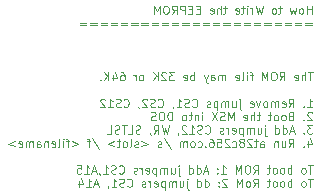
<source format=gbr>
%TF.GenerationSoftware,KiCad,Pcbnew,(6.0.7)*%
%TF.CreationDate,2022-11-17T13:34:52+00:00*%
%TF.ProjectId,msxpi,6d737870-692e-46b6-9963-61645f706362,rev?*%
%TF.SameCoordinates,Original*%
%TF.FileFunction,Legend,Bot*%
%TF.FilePolarity,Positive*%
%FSLAX46Y46*%
G04 Gerber Fmt 4.6, Leading zero omitted, Abs format (unit mm)*
G04 Created by KiCad (PCBNEW (6.0.7)) date 2022-11-17 13:34:52*
%MOMM*%
%LPD*%
G01*
G04 APERTURE LIST*
%ADD10C,0.125000*%
G04 APERTURE END LIST*
D10*
X192360283Y-84075566D02*
X192360283Y-83375566D01*
X192360283Y-83708900D02*
X191960283Y-83708900D01*
X191960283Y-84075566D02*
X191960283Y-83375566D01*
X191526950Y-84075566D02*
X191593616Y-84042233D01*
X191626950Y-84008900D01*
X191660283Y-83942233D01*
X191660283Y-83742233D01*
X191626950Y-83675566D01*
X191593616Y-83642233D01*
X191526950Y-83608900D01*
X191426950Y-83608900D01*
X191360283Y-83642233D01*
X191326950Y-83675566D01*
X191293616Y-83742233D01*
X191293616Y-83942233D01*
X191326950Y-84008900D01*
X191360283Y-84042233D01*
X191426950Y-84075566D01*
X191526950Y-84075566D01*
X191060283Y-83608900D02*
X190926950Y-84075566D01*
X190793616Y-83742233D01*
X190660283Y-84075566D01*
X190526950Y-83608900D01*
X189826950Y-83608900D02*
X189560283Y-83608900D01*
X189726950Y-83375566D02*
X189726950Y-83975566D01*
X189693616Y-84042233D01*
X189626950Y-84075566D01*
X189560283Y-84075566D01*
X189226950Y-84075566D02*
X189293616Y-84042233D01*
X189326950Y-84008900D01*
X189360283Y-83942233D01*
X189360283Y-83742233D01*
X189326950Y-83675566D01*
X189293616Y-83642233D01*
X189226950Y-83608900D01*
X189126950Y-83608900D01*
X189060283Y-83642233D01*
X189026950Y-83675566D01*
X188993616Y-83742233D01*
X188993616Y-83942233D01*
X189026950Y-84008900D01*
X189060283Y-84042233D01*
X189126950Y-84075566D01*
X189226950Y-84075566D01*
X188226950Y-83375566D02*
X188060283Y-84075566D01*
X187926950Y-83575566D01*
X187793616Y-84075566D01*
X187626950Y-83375566D01*
X187360283Y-84075566D02*
X187360283Y-83608900D01*
X187360283Y-83742233D02*
X187326950Y-83675566D01*
X187293616Y-83642233D01*
X187226950Y-83608900D01*
X187160283Y-83608900D01*
X186926950Y-84075566D02*
X186926950Y-83608900D01*
X186926950Y-83375566D02*
X186960283Y-83408900D01*
X186926950Y-83442233D01*
X186893616Y-83408900D01*
X186926950Y-83375566D01*
X186926950Y-83442233D01*
X186693616Y-83608900D02*
X186426950Y-83608900D01*
X186593616Y-83375566D02*
X186593616Y-83975566D01*
X186560283Y-84042233D01*
X186493616Y-84075566D01*
X186426950Y-84075566D01*
X185926950Y-84042233D02*
X185993616Y-84075566D01*
X186126950Y-84075566D01*
X186193616Y-84042233D01*
X186226950Y-83975566D01*
X186226950Y-83708900D01*
X186193616Y-83642233D01*
X186126950Y-83608900D01*
X185993616Y-83608900D01*
X185926950Y-83642233D01*
X185893616Y-83708900D01*
X185893616Y-83775566D01*
X186226950Y-83842233D01*
X185160283Y-83608900D02*
X184893616Y-83608900D01*
X185060283Y-83375566D02*
X185060283Y-83975566D01*
X185026950Y-84042233D01*
X184960283Y-84075566D01*
X184893616Y-84075566D01*
X184660283Y-84075566D02*
X184660283Y-83375566D01*
X184360283Y-84075566D02*
X184360283Y-83708900D01*
X184393616Y-83642233D01*
X184460283Y-83608900D01*
X184560283Y-83608900D01*
X184626950Y-83642233D01*
X184660283Y-83675566D01*
X183760283Y-84042233D02*
X183826950Y-84075566D01*
X183960283Y-84075566D01*
X184026950Y-84042233D01*
X184060283Y-83975566D01*
X184060283Y-83708900D01*
X184026950Y-83642233D01*
X183960283Y-83608900D01*
X183826950Y-83608900D01*
X183760283Y-83642233D01*
X183726950Y-83708900D01*
X183726950Y-83775566D01*
X184060283Y-83842233D01*
X182893616Y-83708900D02*
X182660283Y-83708900D01*
X182560283Y-84075566D02*
X182893616Y-84075566D01*
X182893616Y-83375566D01*
X182560283Y-83375566D01*
X182260283Y-83708900D02*
X182026950Y-83708900D01*
X181926950Y-84075566D02*
X182260283Y-84075566D01*
X182260283Y-83375566D01*
X181926950Y-83375566D01*
X181626950Y-84075566D02*
X181626950Y-83375566D01*
X181360283Y-83375566D01*
X181293616Y-83408900D01*
X181260283Y-83442233D01*
X181226950Y-83508900D01*
X181226950Y-83608900D01*
X181260283Y-83675566D01*
X181293616Y-83708900D01*
X181360283Y-83742233D01*
X181626950Y-83742233D01*
X180526950Y-84075566D02*
X180760283Y-83742233D01*
X180926950Y-84075566D02*
X180926950Y-83375566D01*
X180660283Y-83375566D01*
X180593616Y-83408900D01*
X180560283Y-83442233D01*
X180526950Y-83508900D01*
X180526950Y-83608900D01*
X180560283Y-83675566D01*
X180593616Y-83708900D01*
X180660283Y-83742233D01*
X180926950Y-83742233D01*
X180093616Y-83375566D02*
X179960283Y-83375566D01*
X179893616Y-83408900D01*
X179826950Y-83475566D01*
X179793616Y-83608900D01*
X179793616Y-83842233D01*
X179826950Y-83975566D01*
X179893616Y-84042233D01*
X179960283Y-84075566D01*
X180093616Y-84075566D01*
X180160283Y-84042233D01*
X180226950Y-83975566D01*
X180260283Y-83842233D01*
X180260283Y-83608900D01*
X180226950Y-83475566D01*
X180160283Y-83408900D01*
X180093616Y-83375566D01*
X179493616Y-84075566D02*
X179493616Y-83375566D01*
X179260283Y-83875566D01*
X179026950Y-83375566D01*
X179026950Y-84075566D01*
X192360283Y-84835900D02*
X191826950Y-84835900D01*
X191826950Y-85035900D02*
X192360283Y-85035900D01*
X191493616Y-84835900D02*
X190960283Y-84835900D01*
X190960283Y-85035900D02*
X191493616Y-85035900D01*
X190626950Y-84835900D02*
X190093616Y-84835900D01*
X190093616Y-85035900D02*
X190626950Y-85035900D01*
X189760283Y-84835900D02*
X189226950Y-84835900D01*
X189226950Y-85035900D02*
X189760283Y-85035900D01*
X188893616Y-84835900D02*
X188360283Y-84835900D01*
X188360283Y-85035900D02*
X188893616Y-85035900D01*
X188026950Y-84835900D02*
X187493616Y-84835900D01*
X187493616Y-85035900D02*
X188026950Y-85035900D01*
X187160283Y-84835900D02*
X186626950Y-84835900D01*
X186626950Y-85035900D02*
X187160283Y-85035900D01*
X186293616Y-84835900D02*
X185760283Y-84835900D01*
X185760283Y-85035900D02*
X186293616Y-85035900D01*
X185426950Y-84835900D02*
X184893616Y-84835900D01*
X184893616Y-85035900D02*
X185426950Y-85035900D01*
X184560283Y-84835900D02*
X184026950Y-84835900D01*
X184026950Y-85035900D02*
X184560283Y-85035900D01*
X183693616Y-84835900D02*
X183160283Y-84835900D01*
X183160283Y-85035900D02*
X183693616Y-85035900D01*
X182826950Y-84835900D02*
X182293616Y-84835900D01*
X182293616Y-85035900D02*
X182826950Y-85035900D01*
X181960283Y-84835900D02*
X181426950Y-84835900D01*
X181426950Y-85035900D02*
X181960283Y-85035900D01*
X181093616Y-84835900D02*
X180560283Y-84835900D01*
X180560283Y-85035900D02*
X181093616Y-85035900D01*
X180226950Y-84835900D02*
X179693616Y-84835900D01*
X179693616Y-85035900D02*
X180226950Y-85035900D01*
X179360283Y-84835900D02*
X178826950Y-84835900D01*
X178826950Y-85035900D02*
X179360283Y-85035900D01*
X178493616Y-84835900D02*
X177960283Y-84835900D01*
X177960283Y-85035900D02*
X178493616Y-85035900D01*
X177626950Y-84835900D02*
X177093616Y-84835900D01*
X177093616Y-85035900D02*
X177626950Y-85035900D01*
X176760283Y-84835900D02*
X176226950Y-84835900D01*
X176226950Y-85035900D02*
X176760283Y-85035900D01*
X175893616Y-84835900D02*
X175360283Y-84835900D01*
X175360283Y-85035900D02*
X175893616Y-85035900D01*
X175026950Y-84835900D02*
X174493616Y-84835900D01*
X174493616Y-85035900D02*
X175026950Y-85035900D01*
X174160283Y-84835900D02*
X173626950Y-84835900D01*
X173626950Y-85035900D02*
X174160283Y-85035900D01*
X173293616Y-84835900D02*
X172760283Y-84835900D01*
X172760283Y-85035900D02*
X173293616Y-85035900D01*
X192460283Y-89010566D02*
X192060283Y-89010566D01*
X192260283Y-89710566D02*
X192260283Y-89010566D01*
X191826950Y-89710566D02*
X191826950Y-89010566D01*
X191526950Y-89710566D02*
X191526950Y-89343900D01*
X191560283Y-89277233D01*
X191626950Y-89243900D01*
X191726950Y-89243900D01*
X191793616Y-89277233D01*
X191826950Y-89310566D01*
X190926950Y-89677233D02*
X190993616Y-89710566D01*
X191126950Y-89710566D01*
X191193616Y-89677233D01*
X191226950Y-89610566D01*
X191226950Y-89343900D01*
X191193616Y-89277233D01*
X191126950Y-89243900D01*
X190993616Y-89243900D01*
X190926950Y-89277233D01*
X190893616Y-89343900D01*
X190893616Y-89410566D01*
X191226950Y-89477233D01*
X189660283Y-89710566D02*
X189893616Y-89377233D01*
X190060283Y-89710566D02*
X190060283Y-89010566D01*
X189793616Y-89010566D01*
X189726950Y-89043900D01*
X189693616Y-89077233D01*
X189660283Y-89143900D01*
X189660283Y-89243900D01*
X189693616Y-89310566D01*
X189726950Y-89343900D01*
X189793616Y-89377233D01*
X190060283Y-89377233D01*
X189226950Y-89010566D02*
X189093616Y-89010566D01*
X189026950Y-89043900D01*
X188960283Y-89110566D01*
X188926950Y-89243900D01*
X188926950Y-89477233D01*
X188960283Y-89610566D01*
X189026950Y-89677233D01*
X189093616Y-89710566D01*
X189226950Y-89710566D01*
X189293616Y-89677233D01*
X189360283Y-89610566D01*
X189393616Y-89477233D01*
X189393616Y-89243900D01*
X189360283Y-89110566D01*
X189293616Y-89043900D01*
X189226950Y-89010566D01*
X188626950Y-89710566D02*
X188626950Y-89010566D01*
X188393616Y-89510566D01*
X188160283Y-89010566D01*
X188160283Y-89710566D01*
X187393616Y-89243900D02*
X187126950Y-89243900D01*
X187293616Y-89710566D02*
X187293616Y-89110566D01*
X187260283Y-89043900D01*
X187193616Y-89010566D01*
X187126950Y-89010566D01*
X186893616Y-89710566D02*
X186893616Y-89243900D01*
X186893616Y-89010566D02*
X186926950Y-89043900D01*
X186893616Y-89077233D01*
X186860283Y-89043900D01*
X186893616Y-89010566D01*
X186893616Y-89077233D01*
X186460283Y-89710566D02*
X186526950Y-89677233D01*
X186560283Y-89610566D01*
X186560283Y-89010566D01*
X185926950Y-89677233D02*
X185993616Y-89710566D01*
X186126950Y-89710566D01*
X186193616Y-89677233D01*
X186226950Y-89610566D01*
X186226950Y-89343900D01*
X186193616Y-89277233D01*
X186126950Y-89243900D01*
X185993616Y-89243900D01*
X185926950Y-89277233D01*
X185893616Y-89343900D01*
X185893616Y-89410566D01*
X186226950Y-89477233D01*
X185060283Y-89710566D02*
X185060283Y-89243900D01*
X185060283Y-89310566D02*
X185026950Y-89277233D01*
X184960283Y-89243900D01*
X184860283Y-89243900D01*
X184793616Y-89277233D01*
X184760283Y-89343900D01*
X184760283Y-89710566D01*
X184760283Y-89343900D02*
X184726950Y-89277233D01*
X184660283Y-89243900D01*
X184560283Y-89243900D01*
X184493616Y-89277233D01*
X184460283Y-89343900D01*
X184460283Y-89710566D01*
X183826950Y-89710566D02*
X183826950Y-89343900D01*
X183860283Y-89277233D01*
X183926950Y-89243900D01*
X184060283Y-89243900D01*
X184126950Y-89277233D01*
X183826950Y-89677233D02*
X183893616Y-89710566D01*
X184060283Y-89710566D01*
X184126950Y-89677233D01*
X184160283Y-89610566D01*
X184160283Y-89543900D01*
X184126950Y-89477233D01*
X184060283Y-89443900D01*
X183893616Y-89443900D01*
X183826950Y-89410566D01*
X183560283Y-89243900D02*
X183393616Y-89710566D01*
X183226950Y-89243900D02*
X183393616Y-89710566D01*
X183460283Y-89877233D01*
X183493616Y-89910566D01*
X183560283Y-89943900D01*
X182426950Y-89710566D02*
X182426950Y-89010566D01*
X182426950Y-89277233D02*
X182360283Y-89243900D01*
X182226950Y-89243900D01*
X182160283Y-89277233D01*
X182126950Y-89310566D01*
X182093616Y-89377233D01*
X182093616Y-89577233D01*
X182126950Y-89643900D01*
X182160283Y-89677233D01*
X182226950Y-89710566D01*
X182360283Y-89710566D01*
X182426950Y-89677233D01*
X181526950Y-89677233D02*
X181593616Y-89710566D01*
X181726950Y-89710566D01*
X181793616Y-89677233D01*
X181826950Y-89610566D01*
X181826950Y-89343900D01*
X181793616Y-89277233D01*
X181726950Y-89243900D01*
X181593616Y-89243900D01*
X181526950Y-89277233D01*
X181493616Y-89343900D01*
X181493616Y-89410566D01*
X181826950Y-89477233D01*
X180726950Y-89010566D02*
X180293616Y-89010566D01*
X180526950Y-89277233D01*
X180426950Y-89277233D01*
X180360283Y-89310566D01*
X180326950Y-89343900D01*
X180293616Y-89410566D01*
X180293616Y-89577233D01*
X180326950Y-89643900D01*
X180360283Y-89677233D01*
X180426950Y-89710566D01*
X180626950Y-89710566D01*
X180693616Y-89677233D01*
X180726950Y-89643900D01*
X180026950Y-89077233D02*
X179993616Y-89043900D01*
X179926950Y-89010566D01*
X179760283Y-89010566D01*
X179693616Y-89043900D01*
X179660283Y-89077233D01*
X179626950Y-89143900D01*
X179626950Y-89210566D01*
X179660283Y-89310566D01*
X180060283Y-89710566D01*
X179626950Y-89710566D01*
X179326950Y-89710566D02*
X179326950Y-89010566D01*
X178926950Y-89710566D02*
X179226950Y-89310566D01*
X178926950Y-89010566D02*
X179326950Y-89410566D01*
X177993616Y-89710566D02*
X178060283Y-89677233D01*
X178093616Y-89643900D01*
X178126950Y-89577233D01*
X178126950Y-89377233D01*
X178093616Y-89310566D01*
X178060283Y-89277233D01*
X177993616Y-89243900D01*
X177893616Y-89243900D01*
X177826950Y-89277233D01*
X177793616Y-89310566D01*
X177760283Y-89377233D01*
X177760283Y-89577233D01*
X177793616Y-89643900D01*
X177826950Y-89677233D01*
X177893616Y-89710566D01*
X177993616Y-89710566D01*
X177460283Y-89710566D02*
X177460283Y-89243900D01*
X177460283Y-89377233D02*
X177426950Y-89310566D01*
X177393616Y-89277233D01*
X177326950Y-89243900D01*
X177260283Y-89243900D01*
X176193616Y-89010566D02*
X176326950Y-89010566D01*
X176393616Y-89043900D01*
X176426950Y-89077233D01*
X176493616Y-89177233D01*
X176526950Y-89310566D01*
X176526950Y-89577233D01*
X176493616Y-89643900D01*
X176460283Y-89677233D01*
X176393616Y-89710566D01*
X176260283Y-89710566D01*
X176193616Y-89677233D01*
X176160283Y-89643900D01*
X176126950Y-89577233D01*
X176126950Y-89410566D01*
X176160283Y-89343900D01*
X176193616Y-89310566D01*
X176260283Y-89277233D01*
X176393616Y-89277233D01*
X176460283Y-89310566D01*
X176493616Y-89343900D01*
X176526950Y-89410566D01*
X175526950Y-89243900D02*
X175526950Y-89710566D01*
X175693616Y-88977233D02*
X175860283Y-89477233D01*
X175426950Y-89477233D01*
X175160283Y-89710566D02*
X175160283Y-89010566D01*
X174760283Y-89710566D02*
X175060283Y-89310566D01*
X174760283Y-89010566D02*
X175160283Y-89410566D01*
X174460283Y-89643900D02*
X174426950Y-89677233D01*
X174460283Y-89710566D01*
X174493616Y-89677233D01*
X174460283Y-89643900D01*
X174460283Y-89710566D01*
X191993616Y-91964566D02*
X192393616Y-91964566D01*
X192193616Y-91964566D02*
X192193616Y-91264566D01*
X192260283Y-91364566D01*
X192326950Y-91431233D01*
X192393616Y-91464566D01*
X191693616Y-91897900D02*
X191660283Y-91931233D01*
X191693616Y-91964566D01*
X191726950Y-91931233D01*
X191693616Y-91897900D01*
X191693616Y-91964566D01*
X190426950Y-91964566D02*
X190660283Y-91631233D01*
X190826950Y-91964566D02*
X190826950Y-91264566D01*
X190560283Y-91264566D01*
X190493616Y-91297900D01*
X190460283Y-91331233D01*
X190426950Y-91397900D01*
X190426950Y-91497900D01*
X190460283Y-91564566D01*
X190493616Y-91597900D01*
X190560283Y-91631233D01*
X190826950Y-91631233D01*
X189860283Y-91931233D02*
X189926950Y-91964566D01*
X190060283Y-91964566D01*
X190126950Y-91931233D01*
X190160283Y-91864566D01*
X190160283Y-91597900D01*
X190126950Y-91531233D01*
X190060283Y-91497900D01*
X189926950Y-91497900D01*
X189860283Y-91531233D01*
X189826950Y-91597900D01*
X189826950Y-91664566D01*
X190160283Y-91731233D01*
X189526950Y-91964566D02*
X189526950Y-91497900D01*
X189526950Y-91564566D02*
X189493616Y-91531233D01*
X189426950Y-91497900D01*
X189326950Y-91497900D01*
X189260283Y-91531233D01*
X189226950Y-91597900D01*
X189226950Y-91964566D01*
X189226950Y-91597900D02*
X189193616Y-91531233D01*
X189126950Y-91497900D01*
X189026950Y-91497900D01*
X188960283Y-91531233D01*
X188926950Y-91597900D01*
X188926950Y-91964566D01*
X188493616Y-91964566D02*
X188560283Y-91931233D01*
X188593616Y-91897900D01*
X188626950Y-91831233D01*
X188626950Y-91631233D01*
X188593616Y-91564566D01*
X188560283Y-91531233D01*
X188493616Y-91497900D01*
X188393616Y-91497900D01*
X188326950Y-91531233D01*
X188293616Y-91564566D01*
X188260283Y-91631233D01*
X188260283Y-91831233D01*
X188293616Y-91897900D01*
X188326950Y-91931233D01*
X188393616Y-91964566D01*
X188493616Y-91964566D01*
X188026950Y-91497900D02*
X187860283Y-91964566D01*
X187693616Y-91497900D01*
X187160283Y-91931233D02*
X187226950Y-91964566D01*
X187360283Y-91964566D01*
X187426950Y-91931233D01*
X187460283Y-91864566D01*
X187460283Y-91597900D01*
X187426950Y-91531233D01*
X187360283Y-91497900D01*
X187226950Y-91497900D01*
X187160283Y-91531233D01*
X187126950Y-91597900D01*
X187126950Y-91664566D01*
X187460283Y-91731233D01*
X186293616Y-91497900D02*
X186293616Y-92097900D01*
X186326950Y-92164566D01*
X186393616Y-92197900D01*
X186426950Y-92197900D01*
X186293616Y-91264566D02*
X186326950Y-91297900D01*
X186293616Y-91331233D01*
X186260283Y-91297900D01*
X186293616Y-91264566D01*
X186293616Y-91331233D01*
X185660283Y-91497900D02*
X185660283Y-91964566D01*
X185960283Y-91497900D02*
X185960283Y-91864566D01*
X185926950Y-91931233D01*
X185860283Y-91964566D01*
X185760283Y-91964566D01*
X185693616Y-91931233D01*
X185660283Y-91897900D01*
X185326950Y-91964566D02*
X185326950Y-91497900D01*
X185326950Y-91564566D02*
X185293616Y-91531233D01*
X185226950Y-91497900D01*
X185126950Y-91497900D01*
X185060283Y-91531233D01*
X185026950Y-91597900D01*
X185026950Y-91964566D01*
X185026950Y-91597900D02*
X184993616Y-91531233D01*
X184926950Y-91497900D01*
X184826950Y-91497900D01*
X184760283Y-91531233D01*
X184726950Y-91597900D01*
X184726950Y-91964566D01*
X184393616Y-91497900D02*
X184393616Y-92197900D01*
X184393616Y-91531233D02*
X184326950Y-91497900D01*
X184193616Y-91497900D01*
X184126950Y-91531233D01*
X184093616Y-91564566D01*
X184060283Y-91631233D01*
X184060283Y-91831233D01*
X184093616Y-91897900D01*
X184126950Y-91931233D01*
X184193616Y-91964566D01*
X184326950Y-91964566D01*
X184393616Y-91931233D01*
X183793616Y-91931233D02*
X183726950Y-91964566D01*
X183593616Y-91964566D01*
X183526950Y-91931233D01*
X183493616Y-91864566D01*
X183493616Y-91831233D01*
X183526950Y-91764566D01*
X183593616Y-91731233D01*
X183693616Y-91731233D01*
X183760283Y-91697900D01*
X183793616Y-91631233D01*
X183793616Y-91597900D01*
X183760283Y-91531233D01*
X183693616Y-91497900D01*
X183593616Y-91497900D01*
X183526950Y-91531233D01*
X182260283Y-91897900D02*
X182293616Y-91931233D01*
X182393616Y-91964566D01*
X182460283Y-91964566D01*
X182560283Y-91931233D01*
X182626950Y-91864566D01*
X182660283Y-91797900D01*
X182693616Y-91664566D01*
X182693616Y-91564566D01*
X182660283Y-91431233D01*
X182626950Y-91364566D01*
X182560283Y-91297900D01*
X182460283Y-91264566D01*
X182393616Y-91264566D01*
X182293616Y-91297900D01*
X182260283Y-91331233D01*
X181993616Y-91931233D02*
X181893616Y-91964566D01*
X181726950Y-91964566D01*
X181660283Y-91931233D01*
X181626950Y-91897900D01*
X181593616Y-91831233D01*
X181593616Y-91764566D01*
X181626950Y-91697900D01*
X181660283Y-91664566D01*
X181726950Y-91631233D01*
X181860283Y-91597900D01*
X181926950Y-91564566D01*
X181960283Y-91531233D01*
X181993616Y-91464566D01*
X181993616Y-91397900D01*
X181960283Y-91331233D01*
X181926950Y-91297900D01*
X181860283Y-91264566D01*
X181693616Y-91264566D01*
X181593616Y-91297900D01*
X180926950Y-91964566D02*
X181326950Y-91964566D01*
X181126950Y-91964566D02*
X181126950Y-91264566D01*
X181193616Y-91364566D01*
X181260283Y-91431233D01*
X181326950Y-91464566D01*
X180593616Y-91931233D02*
X180593616Y-91964566D01*
X180626950Y-92031233D01*
X180660283Y-92064566D01*
X179360283Y-91897900D02*
X179393616Y-91931233D01*
X179493616Y-91964566D01*
X179560283Y-91964566D01*
X179660283Y-91931233D01*
X179726950Y-91864566D01*
X179760283Y-91797900D01*
X179793616Y-91664566D01*
X179793616Y-91564566D01*
X179760283Y-91431233D01*
X179726950Y-91364566D01*
X179660283Y-91297900D01*
X179560283Y-91264566D01*
X179493616Y-91264566D01*
X179393616Y-91297900D01*
X179360283Y-91331233D01*
X179093616Y-91931233D02*
X178993616Y-91964566D01*
X178826950Y-91964566D01*
X178760283Y-91931233D01*
X178726950Y-91897900D01*
X178693616Y-91831233D01*
X178693616Y-91764566D01*
X178726950Y-91697900D01*
X178760283Y-91664566D01*
X178826950Y-91631233D01*
X178960283Y-91597900D01*
X179026950Y-91564566D01*
X179060283Y-91531233D01*
X179093616Y-91464566D01*
X179093616Y-91397900D01*
X179060283Y-91331233D01*
X179026950Y-91297900D01*
X178960283Y-91264566D01*
X178793616Y-91264566D01*
X178693616Y-91297900D01*
X178426950Y-91331233D02*
X178393616Y-91297900D01*
X178326950Y-91264566D01*
X178160283Y-91264566D01*
X178093616Y-91297900D01*
X178060283Y-91331233D01*
X178026950Y-91397900D01*
X178026950Y-91464566D01*
X178060283Y-91564566D01*
X178460283Y-91964566D01*
X178026950Y-91964566D01*
X177693616Y-91931233D02*
X177693616Y-91964566D01*
X177726950Y-92031233D01*
X177760283Y-92064566D01*
X176460283Y-91897900D02*
X176493616Y-91931233D01*
X176593616Y-91964566D01*
X176660283Y-91964566D01*
X176760283Y-91931233D01*
X176826950Y-91864566D01*
X176860283Y-91797900D01*
X176893616Y-91664566D01*
X176893616Y-91564566D01*
X176860283Y-91431233D01*
X176826950Y-91364566D01*
X176760283Y-91297900D01*
X176660283Y-91264566D01*
X176593616Y-91264566D01*
X176493616Y-91297900D01*
X176460283Y-91331233D01*
X176193616Y-91931233D02*
X176093616Y-91964566D01*
X175926950Y-91964566D01*
X175860283Y-91931233D01*
X175826950Y-91897900D01*
X175793616Y-91831233D01*
X175793616Y-91764566D01*
X175826950Y-91697900D01*
X175860283Y-91664566D01*
X175926950Y-91631233D01*
X176060283Y-91597900D01*
X176126950Y-91564566D01*
X176160283Y-91531233D01*
X176193616Y-91464566D01*
X176193616Y-91397900D01*
X176160283Y-91331233D01*
X176126950Y-91297900D01*
X176060283Y-91264566D01*
X175893616Y-91264566D01*
X175793616Y-91297900D01*
X175126950Y-91964566D02*
X175526950Y-91964566D01*
X175326950Y-91964566D02*
X175326950Y-91264566D01*
X175393616Y-91364566D01*
X175460283Y-91431233D01*
X175526950Y-91464566D01*
X174860283Y-91331233D02*
X174826950Y-91297900D01*
X174760283Y-91264566D01*
X174593616Y-91264566D01*
X174526950Y-91297900D01*
X174493616Y-91331233D01*
X174460283Y-91397900D01*
X174460283Y-91464566D01*
X174493616Y-91564566D01*
X174893616Y-91964566D01*
X174460283Y-91964566D01*
X192393616Y-92458233D02*
X192360283Y-92424900D01*
X192293616Y-92391566D01*
X192126950Y-92391566D01*
X192060283Y-92424900D01*
X192026950Y-92458233D01*
X191993616Y-92524900D01*
X191993616Y-92591566D01*
X192026950Y-92691566D01*
X192426950Y-93091566D01*
X191993616Y-93091566D01*
X191693616Y-93024900D02*
X191660283Y-93058233D01*
X191693616Y-93091566D01*
X191726950Y-93058233D01*
X191693616Y-93024900D01*
X191693616Y-93091566D01*
X190593616Y-92724900D02*
X190493616Y-92758233D01*
X190460283Y-92791566D01*
X190426950Y-92858233D01*
X190426950Y-92958233D01*
X190460283Y-93024900D01*
X190493616Y-93058233D01*
X190560283Y-93091566D01*
X190826950Y-93091566D01*
X190826950Y-92391566D01*
X190593616Y-92391566D01*
X190526950Y-92424900D01*
X190493616Y-92458233D01*
X190460283Y-92524900D01*
X190460283Y-92591566D01*
X190493616Y-92658233D01*
X190526950Y-92691566D01*
X190593616Y-92724900D01*
X190826950Y-92724900D01*
X190026950Y-93091566D02*
X190093616Y-93058233D01*
X190126950Y-93024900D01*
X190160283Y-92958233D01*
X190160283Y-92758233D01*
X190126950Y-92691566D01*
X190093616Y-92658233D01*
X190026950Y-92624900D01*
X189926950Y-92624900D01*
X189860283Y-92658233D01*
X189826950Y-92691566D01*
X189793616Y-92758233D01*
X189793616Y-92958233D01*
X189826950Y-93024900D01*
X189860283Y-93058233D01*
X189926950Y-93091566D01*
X190026950Y-93091566D01*
X189393616Y-93091566D02*
X189460283Y-93058233D01*
X189493616Y-93024900D01*
X189526950Y-92958233D01*
X189526950Y-92758233D01*
X189493616Y-92691566D01*
X189460283Y-92658233D01*
X189393616Y-92624900D01*
X189293616Y-92624900D01*
X189226950Y-92658233D01*
X189193616Y-92691566D01*
X189160283Y-92758233D01*
X189160283Y-92958233D01*
X189193616Y-93024900D01*
X189226950Y-93058233D01*
X189293616Y-93091566D01*
X189393616Y-93091566D01*
X188960283Y-92624900D02*
X188693616Y-92624900D01*
X188860283Y-92391566D02*
X188860283Y-92991566D01*
X188826950Y-93058233D01*
X188760283Y-93091566D01*
X188693616Y-93091566D01*
X188026950Y-92624900D02*
X187760283Y-92624900D01*
X187926950Y-92391566D02*
X187926950Y-92991566D01*
X187893616Y-93058233D01*
X187826950Y-93091566D01*
X187760283Y-93091566D01*
X187526950Y-93091566D02*
X187526950Y-92391566D01*
X187226950Y-93091566D02*
X187226950Y-92724900D01*
X187260283Y-92658233D01*
X187326950Y-92624900D01*
X187426950Y-92624900D01*
X187493616Y-92658233D01*
X187526950Y-92691566D01*
X186626950Y-93058233D02*
X186693616Y-93091566D01*
X186826950Y-93091566D01*
X186893616Y-93058233D01*
X186926950Y-92991566D01*
X186926950Y-92724900D01*
X186893616Y-92658233D01*
X186826950Y-92624900D01*
X186693616Y-92624900D01*
X186626950Y-92658233D01*
X186593616Y-92724900D01*
X186593616Y-92791566D01*
X186926950Y-92858233D01*
X185760283Y-93091566D02*
X185760283Y-92391566D01*
X185526950Y-92891566D01*
X185293616Y-92391566D01*
X185293616Y-93091566D01*
X184993616Y-93058233D02*
X184893616Y-93091566D01*
X184726950Y-93091566D01*
X184660283Y-93058233D01*
X184626950Y-93024900D01*
X184593616Y-92958233D01*
X184593616Y-92891566D01*
X184626950Y-92824900D01*
X184660283Y-92791566D01*
X184726950Y-92758233D01*
X184860283Y-92724900D01*
X184926950Y-92691566D01*
X184960283Y-92658233D01*
X184993616Y-92591566D01*
X184993616Y-92524900D01*
X184960283Y-92458233D01*
X184926950Y-92424900D01*
X184860283Y-92391566D01*
X184693616Y-92391566D01*
X184593616Y-92424900D01*
X184360283Y-92391566D02*
X183893616Y-93091566D01*
X183893616Y-92391566D02*
X184360283Y-93091566D01*
X183093616Y-93091566D02*
X183093616Y-92624900D01*
X183093616Y-92391566D02*
X183126950Y-92424900D01*
X183093616Y-92458233D01*
X183060283Y-92424900D01*
X183093616Y-92391566D01*
X183093616Y-92458233D01*
X182760283Y-92624900D02*
X182760283Y-93091566D01*
X182760283Y-92691566D02*
X182726950Y-92658233D01*
X182660283Y-92624900D01*
X182560283Y-92624900D01*
X182493616Y-92658233D01*
X182460283Y-92724900D01*
X182460283Y-93091566D01*
X182226950Y-92624900D02*
X181960283Y-92624900D01*
X182126950Y-92391566D02*
X182126950Y-92991566D01*
X182093616Y-93058233D01*
X182026950Y-93091566D01*
X181960283Y-93091566D01*
X181626950Y-93091566D02*
X181693616Y-93058233D01*
X181726950Y-93024900D01*
X181760283Y-92958233D01*
X181760283Y-92758233D01*
X181726950Y-92691566D01*
X181693616Y-92658233D01*
X181626950Y-92624900D01*
X181526950Y-92624900D01*
X181460283Y-92658233D01*
X181426950Y-92691566D01*
X181393616Y-92758233D01*
X181393616Y-92958233D01*
X181426950Y-93024900D01*
X181460283Y-93058233D01*
X181526950Y-93091566D01*
X181626950Y-93091566D01*
X180560283Y-93091566D02*
X180560283Y-92391566D01*
X180393616Y-92391566D01*
X180293616Y-92424900D01*
X180226950Y-92491566D01*
X180193616Y-92558233D01*
X180160283Y-92691566D01*
X180160283Y-92791566D01*
X180193616Y-92924900D01*
X180226950Y-92991566D01*
X180293616Y-93058233D01*
X180393616Y-93091566D01*
X180560283Y-93091566D01*
X179726950Y-92391566D02*
X179593616Y-92391566D01*
X179526950Y-92424900D01*
X179460283Y-92491566D01*
X179426950Y-92624900D01*
X179426950Y-92858233D01*
X179460283Y-92991566D01*
X179526950Y-93058233D01*
X179593616Y-93091566D01*
X179726950Y-93091566D01*
X179793616Y-93058233D01*
X179860283Y-92991566D01*
X179893616Y-92858233D01*
X179893616Y-92624900D01*
X179860283Y-92491566D01*
X179793616Y-92424900D01*
X179726950Y-92391566D01*
X179160283Y-93058233D02*
X179060283Y-93091566D01*
X178893616Y-93091566D01*
X178826950Y-93058233D01*
X178793616Y-93024900D01*
X178760283Y-92958233D01*
X178760283Y-92891566D01*
X178793616Y-92824900D01*
X178826950Y-92791566D01*
X178893616Y-92758233D01*
X179026950Y-92724900D01*
X179093616Y-92691566D01*
X179126950Y-92658233D01*
X179160283Y-92591566D01*
X179160283Y-92524900D01*
X179126950Y-92458233D01*
X179093616Y-92424900D01*
X179026950Y-92391566D01*
X178860283Y-92391566D01*
X178760283Y-92424900D01*
X192426950Y-93518566D02*
X191993616Y-93518566D01*
X192226950Y-93785233D01*
X192126950Y-93785233D01*
X192060283Y-93818566D01*
X192026950Y-93851900D01*
X191993616Y-93918566D01*
X191993616Y-94085233D01*
X192026950Y-94151900D01*
X192060283Y-94185233D01*
X192126950Y-94218566D01*
X192326950Y-94218566D01*
X192393616Y-94185233D01*
X192426950Y-94151900D01*
X191693616Y-94151900D02*
X191660283Y-94185233D01*
X191693616Y-94218566D01*
X191726950Y-94185233D01*
X191693616Y-94151900D01*
X191693616Y-94218566D01*
X190860283Y-94018566D02*
X190526950Y-94018566D01*
X190926950Y-94218566D02*
X190693616Y-93518566D01*
X190460283Y-94218566D01*
X189926950Y-94218566D02*
X189926950Y-93518566D01*
X189926950Y-94185233D02*
X189993616Y-94218566D01*
X190126950Y-94218566D01*
X190193616Y-94185233D01*
X190226950Y-94151900D01*
X190260283Y-94085233D01*
X190260283Y-93885233D01*
X190226950Y-93818566D01*
X190193616Y-93785233D01*
X190126950Y-93751900D01*
X189993616Y-93751900D01*
X189926950Y-93785233D01*
X189293616Y-94218566D02*
X189293616Y-93518566D01*
X189293616Y-94185233D02*
X189360283Y-94218566D01*
X189493616Y-94218566D01*
X189560283Y-94185233D01*
X189593616Y-94151900D01*
X189626950Y-94085233D01*
X189626950Y-93885233D01*
X189593616Y-93818566D01*
X189560283Y-93785233D01*
X189493616Y-93751900D01*
X189360283Y-93751900D01*
X189293616Y-93785233D01*
X188426950Y-93751900D02*
X188426950Y-94351900D01*
X188460283Y-94418566D01*
X188526950Y-94451900D01*
X188560283Y-94451900D01*
X188426950Y-93518566D02*
X188460283Y-93551900D01*
X188426950Y-93585233D01*
X188393616Y-93551900D01*
X188426950Y-93518566D01*
X188426950Y-93585233D01*
X187793616Y-93751900D02*
X187793616Y-94218566D01*
X188093616Y-93751900D02*
X188093616Y-94118566D01*
X188060283Y-94185233D01*
X187993616Y-94218566D01*
X187893616Y-94218566D01*
X187826950Y-94185233D01*
X187793616Y-94151900D01*
X187460283Y-94218566D02*
X187460283Y-93751900D01*
X187460283Y-93818566D02*
X187426950Y-93785233D01*
X187360283Y-93751900D01*
X187260283Y-93751900D01*
X187193616Y-93785233D01*
X187160283Y-93851900D01*
X187160283Y-94218566D01*
X187160283Y-93851900D02*
X187126950Y-93785233D01*
X187060283Y-93751900D01*
X186960283Y-93751900D01*
X186893616Y-93785233D01*
X186860283Y-93851900D01*
X186860283Y-94218566D01*
X186526950Y-93751900D02*
X186526950Y-94451900D01*
X186526950Y-93785233D02*
X186460283Y-93751900D01*
X186326950Y-93751900D01*
X186260283Y-93785233D01*
X186226950Y-93818566D01*
X186193616Y-93885233D01*
X186193616Y-94085233D01*
X186226950Y-94151900D01*
X186260283Y-94185233D01*
X186326950Y-94218566D01*
X186460283Y-94218566D01*
X186526950Y-94185233D01*
X185626950Y-94185233D02*
X185693616Y-94218566D01*
X185826950Y-94218566D01*
X185893616Y-94185233D01*
X185926950Y-94118566D01*
X185926950Y-93851900D01*
X185893616Y-93785233D01*
X185826950Y-93751900D01*
X185693616Y-93751900D01*
X185626950Y-93785233D01*
X185593616Y-93851900D01*
X185593616Y-93918566D01*
X185926950Y-93985233D01*
X185293616Y-94218566D02*
X185293616Y-93751900D01*
X185293616Y-93885233D02*
X185260283Y-93818566D01*
X185226950Y-93785233D01*
X185160283Y-93751900D01*
X185093616Y-93751900D01*
X184893616Y-94185233D02*
X184826950Y-94218566D01*
X184693616Y-94218566D01*
X184626950Y-94185233D01*
X184593616Y-94118566D01*
X184593616Y-94085233D01*
X184626950Y-94018566D01*
X184693616Y-93985233D01*
X184793616Y-93985233D01*
X184860283Y-93951900D01*
X184893616Y-93885233D01*
X184893616Y-93851900D01*
X184860283Y-93785233D01*
X184793616Y-93751900D01*
X184693616Y-93751900D01*
X184626950Y-93785233D01*
X183360283Y-94151900D02*
X183393616Y-94185233D01*
X183493616Y-94218566D01*
X183560283Y-94218566D01*
X183660283Y-94185233D01*
X183726950Y-94118566D01*
X183760283Y-94051900D01*
X183793616Y-93918566D01*
X183793616Y-93818566D01*
X183760283Y-93685233D01*
X183726950Y-93618566D01*
X183660283Y-93551900D01*
X183560283Y-93518566D01*
X183493616Y-93518566D01*
X183393616Y-93551900D01*
X183360283Y-93585233D01*
X183093616Y-94185233D02*
X182993616Y-94218566D01*
X182826950Y-94218566D01*
X182760283Y-94185233D01*
X182726950Y-94151900D01*
X182693616Y-94085233D01*
X182693616Y-94018566D01*
X182726950Y-93951900D01*
X182760283Y-93918566D01*
X182826950Y-93885233D01*
X182960283Y-93851900D01*
X183026950Y-93818566D01*
X183060283Y-93785233D01*
X183093616Y-93718566D01*
X183093616Y-93651900D01*
X183060283Y-93585233D01*
X183026950Y-93551900D01*
X182960283Y-93518566D01*
X182793616Y-93518566D01*
X182693616Y-93551900D01*
X182026950Y-94218566D02*
X182426950Y-94218566D01*
X182226950Y-94218566D02*
X182226950Y-93518566D01*
X182293616Y-93618566D01*
X182360283Y-93685233D01*
X182426950Y-93718566D01*
X181760283Y-93585233D02*
X181726949Y-93551900D01*
X181660283Y-93518566D01*
X181493616Y-93518566D01*
X181426949Y-93551900D01*
X181393616Y-93585233D01*
X181360283Y-93651900D01*
X181360283Y-93718566D01*
X181393616Y-93818566D01*
X181793616Y-94218566D01*
X181360283Y-94218566D01*
X181026949Y-94185233D02*
X181026949Y-94218566D01*
X181060283Y-94285233D01*
X181093616Y-94318566D01*
X180260283Y-93518566D02*
X180093616Y-94218566D01*
X179960283Y-93718566D01*
X179826950Y-94218566D01*
X179660283Y-93518566D01*
X178993616Y-94218566D02*
X179226950Y-93885233D01*
X179393616Y-94218566D02*
X179393616Y-93518566D01*
X179126950Y-93518566D01*
X179060283Y-93551900D01*
X179026950Y-93585233D01*
X178993616Y-93651900D01*
X178993616Y-93751900D01*
X179026950Y-93818566D01*
X179060283Y-93851900D01*
X179126950Y-93885233D01*
X179393616Y-93885233D01*
X178660283Y-94185233D02*
X178660283Y-94218566D01*
X178693616Y-94285233D01*
X178726949Y-94318566D01*
X177860283Y-94185233D02*
X177760283Y-94218566D01*
X177593616Y-94218566D01*
X177526949Y-94185233D01*
X177493616Y-94151900D01*
X177460283Y-94085233D01*
X177460283Y-94018566D01*
X177493616Y-93951900D01*
X177526949Y-93918566D01*
X177593616Y-93885233D01*
X177726949Y-93851900D01*
X177793616Y-93818566D01*
X177826949Y-93785233D01*
X177860283Y-93718566D01*
X177860283Y-93651900D01*
X177826949Y-93585233D01*
X177793616Y-93551900D01*
X177726949Y-93518566D01*
X177560283Y-93518566D01*
X177460283Y-93551900D01*
X176826949Y-94218566D02*
X177160283Y-94218566D01*
X177160283Y-93518566D01*
X176693616Y-93518566D02*
X176293616Y-93518566D01*
X176493616Y-94218566D02*
X176493616Y-93518566D01*
X176093616Y-94185233D02*
X175993616Y-94218566D01*
X175826949Y-94218566D01*
X175760283Y-94185233D01*
X175726949Y-94151900D01*
X175693616Y-94085233D01*
X175693616Y-94018566D01*
X175726949Y-93951900D01*
X175760283Y-93918566D01*
X175826949Y-93885233D01*
X175960283Y-93851900D01*
X176026949Y-93818566D01*
X176060283Y-93785233D01*
X176093616Y-93718566D01*
X176093616Y-93651900D01*
X176060283Y-93585233D01*
X176026949Y-93551900D01*
X175960283Y-93518566D01*
X175793616Y-93518566D01*
X175693616Y-93551900D01*
X175060283Y-94218566D02*
X175393616Y-94218566D01*
X175393616Y-93518566D01*
X192060283Y-94878900D02*
X192060283Y-95345566D01*
X192226950Y-94612233D02*
X192393616Y-95112233D01*
X191960283Y-95112233D01*
X191693616Y-95278900D02*
X191660283Y-95312233D01*
X191693616Y-95345566D01*
X191726950Y-95312233D01*
X191693616Y-95278900D01*
X191693616Y-95345566D01*
X190426950Y-95345566D02*
X190660283Y-95012233D01*
X190826950Y-95345566D02*
X190826950Y-94645566D01*
X190560283Y-94645566D01*
X190493616Y-94678900D01*
X190460283Y-94712233D01*
X190426950Y-94778900D01*
X190426950Y-94878900D01*
X190460283Y-94945566D01*
X190493616Y-94978900D01*
X190560283Y-95012233D01*
X190826950Y-95012233D01*
X189826950Y-94878900D02*
X189826950Y-95345566D01*
X190126950Y-94878900D02*
X190126950Y-95245566D01*
X190093616Y-95312233D01*
X190026950Y-95345566D01*
X189926950Y-95345566D01*
X189860283Y-95312233D01*
X189826950Y-95278900D01*
X189493616Y-94878900D02*
X189493616Y-95345566D01*
X189493616Y-94945566D02*
X189460283Y-94912233D01*
X189393616Y-94878900D01*
X189293616Y-94878900D01*
X189226950Y-94912233D01*
X189193616Y-94978900D01*
X189193616Y-95345566D01*
X188026950Y-95345566D02*
X188026950Y-94978900D01*
X188060283Y-94912233D01*
X188126950Y-94878900D01*
X188260283Y-94878900D01*
X188326950Y-94912233D01*
X188026950Y-95312233D02*
X188093616Y-95345566D01*
X188260283Y-95345566D01*
X188326950Y-95312233D01*
X188360283Y-95245566D01*
X188360283Y-95178900D01*
X188326950Y-95112233D01*
X188260283Y-95078900D01*
X188093616Y-95078900D01*
X188026950Y-95045566D01*
X187793616Y-94878900D02*
X187526950Y-94878900D01*
X187693616Y-94645566D02*
X187693616Y-95245566D01*
X187660283Y-95312233D01*
X187593616Y-95345566D01*
X187526950Y-95345566D01*
X187326950Y-94712233D02*
X187293616Y-94678900D01*
X187226950Y-94645566D01*
X187060283Y-94645566D01*
X186993616Y-94678900D01*
X186960283Y-94712233D01*
X186926950Y-94778900D01*
X186926950Y-94845566D01*
X186960283Y-94945566D01*
X187360283Y-95345566D01*
X186926950Y-95345566D01*
X186526950Y-94945566D02*
X186593616Y-94912233D01*
X186626950Y-94878900D01*
X186660283Y-94812233D01*
X186660283Y-94778900D01*
X186626950Y-94712233D01*
X186593616Y-94678900D01*
X186526950Y-94645566D01*
X186393616Y-94645566D01*
X186326950Y-94678900D01*
X186293616Y-94712233D01*
X186260283Y-94778900D01*
X186260283Y-94812233D01*
X186293616Y-94878900D01*
X186326950Y-94912233D01*
X186393616Y-94945566D01*
X186526950Y-94945566D01*
X186593616Y-94978900D01*
X186626950Y-95012233D01*
X186660283Y-95078900D01*
X186660283Y-95212233D01*
X186626950Y-95278900D01*
X186593616Y-95312233D01*
X186526950Y-95345566D01*
X186393616Y-95345566D01*
X186326950Y-95312233D01*
X186293616Y-95278900D01*
X186260283Y-95212233D01*
X186260283Y-95078900D01*
X186293616Y-95012233D01*
X186326950Y-94978900D01*
X186393616Y-94945566D01*
X185660283Y-95312233D02*
X185726950Y-95345566D01*
X185860283Y-95345566D01*
X185926950Y-95312233D01*
X185960283Y-95278900D01*
X185993616Y-95212233D01*
X185993616Y-95012233D01*
X185960283Y-94945566D01*
X185926950Y-94912233D01*
X185860283Y-94878900D01*
X185726950Y-94878900D01*
X185660283Y-94912233D01*
X185393616Y-94712233D02*
X185360283Y-94678900D01*
X185293616Y-94645566D01*
X185126950Y-94645566D01*
X185060283Y-94678900D01*
X185026950Y-94712233D01*
X184993616Y-94778900D01*
X184993616Y-94845566D01*
X185026950Y-94945566D01*
X185426950Y-95345566D01*
X184993616Y-95345566D01*
X184360283Y-94645566D02*
X184693616Y-94645566D01*
X184726950Y-94978900D01*
X184693616Y-94945566D01*
X184626950Y-94912233D01*
X184460283Y-94912233D01*
X184393616Y-94945566D01*
X184360283Y-94978900D01*
X184326950Y-95045566D01*
X184326950Y-95212233D01*
X184360283Y-95278900D01*
X184393616Y-95312233D01*
X184460283Y-95345566D01*
X184626950Y-95345566D01*
X184693616Y-95312233D01*
X184726950Y-95278900D01*
X183726950Y-94645566D02*
X183860283Y-94645566D01*
X183926950Y-94678900D01*
X183960283Y-94712233D01*
X184026950Y-94812233D01*
X184060283Y-94945566D01*
X184060283Y-95212233D01*
X184026950Y-95278900D01*
X183993616Y-95312233D01*
X183926950Y-95345566D01*
X183793616Y-95345566D01*
X183726950Y-95312233D01*
X183693616Y-95278900D01*
X183660283Y-95212233D01*
X183660283Y-95045566D01*
X183693616Y-94978900D01*
X183726950Y-94945566D01*
X183793616Y-94912233D01*
X183926950Y-94912233D01*
X183993616Y-94945566D01*
X184026950Y-94978900D01*
X184060283Y-95045566D01*
X183360283Y-95278900D02*
X183326950Y-95312233D01*
X183360283Y-95345566D01*
X183393616Y-95312233D01*
X183360283Y-95278900D01*
X183360283Y-95345566D01*
X182726950Y-95312233D02*
X182793616Y-95345566D01*
X182926950Y-95345566D01*
X182993616Y-95312233D01*
X183026950Y-95278900D01*
X183060283Y-95212233D01*
X183060283Y-95012233D01*
X183026950Y-94945566D01*
X182993616Y-94912233D01*
X182926950Y-94878900D01*
X182793616Y-94878900D01*
X182726950Y-94912233D01*
X182326950Y-95345566D02*
X182393616Y-95312233D01*
X182426950Y-95278900D01*
X182460283Y-95212233D01*
X182460283Y-95012233D01*
X182426950Y-94945566D01*
X182393616Y-94912233D01*
X182326950Y-94878900D01*
X182226950Y-94878900D01*
X182160283Y-94912233D01*
X182126950Y-94945566D01*
X182093616Y-95012233D01*
X182093616Y-95212233D01*
X182126950Y-95278900D01*
X182160283Y-95312233D01*
X182226950Y-95345566D01*
X182326950Y-95345566D01*
X181793616Y-95345566D02*
X181793616Y-94878900D01*
X181793616Y-94945566D02*
X181760283Y-94912233D01*
X181693616Y-94878900D01*
X181593616Y-94878900D01*
X181526950Y-94912233D01*
X181493616Y-94978900D01*
X181493616Y-95345566D01*
X181493616Y-94978900D02*
X181460283Y-94912233D01*
X181393616Y-94878900D01*
X181293616Y-94878900D01*
X181226950Y-94912233D01*
X181193616Y-94978900D01*
X181193616Y-95345566D01*
X179826950Y-94612233D02*
X180426950Y-95512233D01*
X179626950Y-95312233D02*
X179560283Y-95345566D01*
X179426950Y-95345566D01*
X179360283Y-95312233D01*
X179326950Y-95245566D01*
X179326950Y-95212233D01*
X179360283Y-95145566D01*
X179426950Y-95112233D01*
X179526950Y-95112233D01*
X179593616Y-95078900D01*
X179626950Y-95012233D01*
X179626950Y-94978900D01*
X179593616Y-94912233D01*
X179526950Y-94878900D01*
X179426950Y-94878900D01*
X179360283Y-94912233D01*
X177960283Y-94878900D02*
X178493616Y-95078900D01*
X177960283Y-95278900D01*
X177660283Y-95312233D02*
X177593616Y-95345566D01*
X177460283Y-95345566D01*
X177393616Y-95312233D01*
X177360283Y-95245566D01*
X177360283Y-95212233D01*
X177393616Y-95145566D01*
X177460283Y-95112233D01*
X177560283Y-95112233D01*
X177626950Y-95078900D01*
X177660283Y-95012233D01*
X177660283Y-94978900D01*
X177626950Y-94912233D01*
X177560283Y-94878900D01*
X177460283Y-94878900D01*
X177393616Y-94912233D01*
X176960283Y-95345566D02*
X177026950Y-95312233D01*
X177060283Y-95245566D01*
X177060283Y-94645566D01*
X176593616Y-95345566D02*
X176660283Y-95312233D01*
X176693616Y-95278900D01*
X176726950Y-95212233D01*
X176726950Y-95012233D01*
X176693616Y-94945566D01*
X176660283Y-94912233D01*
X176593616Y-94878900D01*
X176493616Y-94878900D01*
X176426950Y-94912233D01*
X176393616Y-94945566D01*
X176360283Y-95012233D01*
X176360283Y-95212233D01*
X176393616Y-95278900D01*
X176426950Y-95312233D01*
X176493616Y-95345566D01*
X176593616Y-95345566D01*
X176160283Y-94878900D02*
X175893616Y-94878900D01*
X176060283Y-94645566D02*
X176060283Y-95245566D01*
X176026950Y-95312233D01*
X175960283Y-95345566D01*
X175893616Y-95345566D01*
X175660283Y-94878900D02*
X175126950Y-95078900D01*
X175660283Y-95278900D01*
X173760283Y-94612233D02*
X174360283Y-95512233D01*
X173626950Y-94878900D02*
X173360283Y-94878900D01*
X173526950Y-95345566D02*
X173526950Y-94745566D01*
X173493616Y-94678900D01*
X173426950Y-94645566D01*
X173360283Y-94645566D01*
X172060283Y-94878900D02*
X172593616Y-95078900D01*
X172060283Y-95278900D01*
X171826950Y-94878900D02*
X171560283Y-94878900D01*
X171726950Y-95345566D02*
X171726950Y-94745566D01*
X171693616Y-94678900D01*
X171626950Y-94645566D01*
X171560283Y-94645566D01*
X171326950Y-95345566D02*
X171326950Y-94878900D01*
X171326950Y-94645566D02*
X171360283Y-94678900D01*
X171326950Y-94712233D01*
X171293616Y-94678900D01*
X171326950Y-94645566D01*
X171326950Y-94712233D01*
X170893616Y-95345566D02*
X170960283Y-95312233D01*
X170993616Y-95245566D01*
X170993616Y-94645566D01*
X170360283Y-95312233D02*
X170426950Y-95345566D01*
X170560283Y-95345566D01*
X170626950Y-95312233D01*
X170660283Y-95245566D01*
X170660283Y-94978900D01*
X170626950Y-94912233D01*
X170560283Y-94878900D01*
X170426950Y-94878900D01*
X170360283Y-94912233D01*
X170326950Y-94978900D01*
X170326950Y-95045566D01*
X170660283Y-95112233D01*
X170026950Y-94878900D02*
X170026950Y-95345566D01*
X170026950Y-94945566D02*
X169993616Y-94912233D01*
X169926950Y-94878900D01*
X169826950Y-94878900D01*
X169760283Y-94912233D01*
X169726950Y-94978900D01*
X169726950Y-95345566D01*
X169093616Y-95345566D02*
X169093616Y-94978900D01*
X169126950Y-94912233D01*
X169193616Y-94878900D01*
X169326950Y-94878900D01*
X169393616Y-94912233D01*
X169093616Y-95312233D02*
X169160283Y-95345566D01*
X169326950Y-95345566D01*
X169393616Y-95312233D01*
X169426950Y-95245566D01*
X169426950Y-95178900D01*
X169393616Y-95112233D01*
X169326950Y-95078900D01*
X169160283Y-95078900D01*
X169093616Y-95045566D01*
X168760283Y-95345566D02*
X168760283Y-94878900D01*
X168760283Y-94945566D02*
X168726950Y-94912233D01*
X168660283Y-94878900D01*
X168560283Y-94878900D01*
X168493616Y-94912233D01*
X168460283Y-94978900D01*
X168460283Y-95345566D01*
X168460283Y-94978900D02*
X168426950Y-94912233D01*
X168360283Y-94878900D01*
X168260283Y-94878900D01*
X168193616Y-94912233D01*
X168160283Y-94978900D01*
X168160283Y-95345566D01*
X167560283Y-95312233D02*
X167626950Y-95345566D01*
X167760283Y-95345566D01*
X167826950Y-95312233D01*
X167860283Y-95245566D01*
X167860283Y-94978900D01*
X167826950Y-94912233D01*
X167760283Y-94878900D01*
X167626950Y-94878900D01*
X167560283Y-94912233D01*
X167526950Y-94978900D01*
X167526950Y-95045566D01*
X167860283Y-95112233D01*
X167226950Y-94878900D02*
X166693616Y-95078900D01*
X167226950Y-95278900D01*
X192460283Y-96899566D02*
X192060283Y-96899566D01*
X192260283Y-97599566D02*
X192260283Y-96899566D01*
X191726950Y-97599566D02*
X191793616Y-97566233D01*
X191826950Y-97532900D01*
X191860283Y-97466233D01*
X191860283Y-97266233D01*
X191826950Y-97199566D01*
X191793616Y-97166233D01*
X191726950Y-97132900D01*
X191626950Y-97132900D01*
X191560283Y-97166233D01*
X191526950Y-97199566D01*
X191493616Y-97266233D01*
X191493616Y-97466233D01*
X191526950Y-97532900D01*
X191560283Y-97566233D01*
X191626950Y-97599566D01*
X191726950Y-97599566D01*
X190660283Y-97599566D02*
X190660283Y-96899566D01*
X190660283Y-97166233D02*
X190593616Y-97132900D01*
X190460283Y-97132900D01*
X190393616Y-97166233D01*
X190360283Y-97199566D01*
X190326950Y-97266233D01*
X190326950Y-97466233D01*
X190360283Y-97532900D01*
X190393616Y-97566233D01*
X190460283Y-97599566D01*
X190593616Y-97599566D01*
X190660283Y-97566233D01*
X189926950Y-97599566D02*
X189993616Y-97566233D01*
X190026950Y-97532900D01*
X190060283Y-97466233D01*
X190060283Y-97266233D01*
X190026950Y-97199566D01*
X189993616Y-97166233D01*
X189926950Y-97132900D01*
X189826950Y-97132900D01*
X189760283Y-97166233D01*
X189726950Y-97199566D01*
X189693616Y-97266233D01*
X189693616Y-97466233D01*
X189726950Y-97532900D01*
X189760283Y-97566233D01*
X189826950Y-97599566D01*
X189926950Y-97599566D01*
X189293616Y-97599566D02*
X189360283Y-97566233D01*
X189393616Y-97532900D01*
X189426950Y-97466233D01*
X189426950Y-97266233D01*
X189393616Y-97199566D01*
X189360283Y-97166233D01*
X189293616Y-97132900D01*
X189193616Y-97132900D01*
X189126950Y-97166233D01*
X189093616Y-97199566D01*
X189060283Y-97266233D01*
X189060283Y-97466233D01*
X189093616Y-97532900D01*
X189126950Y-97566233D01*
X189193616Y-97599566D01*
X189293616Y-97599566D01*
X188860283Y-97132900D02*
X188593616Y-97132900D01*
X188760283Y-96899566D02*
X188760283Y-97499566D01*
X188726950Y-97566233D01*
X188660283Y-97599566D01*
X188593616Y-97599566D01*
X187426950Y-97599566D02*
X187660283Y-97266233D01*
X187826950Y-97599566D02*
X187826950Y-96899566D01*
X187560283Y-96899566D01*
X187493616Y-96932900D01*
X187460283Y-96966233D01*
X187426950Y-97032900D01*
X187426950Y-97132900D01*
X187460283Y-97199566D01*
X187493616Y-97232900D01*
X187560283Y-97266233D01*
X187826950Y-97266233D01*
X186993616Y-96899566D02*
X186860283Y-96899566D01*
X186793616Y-96932900D01*
X186726950Y-96999566D01*
X186693616Y-97132900D01*
X186693616Y-97366233D01*
X186726950Y-97499566D01*
X186793616Y-97566233D01*
X186860283Y-97599566D01*
X186993616Y-97599566D01*
X187060283Y-97566233D01*
X187126950Y-97499566D01*
X187160283Y-97366233D01*
X187160283Y-97132900D01*
X187126950Y-96999566D01*
X187060283Y-96932900D01*
X186993616Y-96899566D01*
X186393616Y-97599566D02*
X186393616Y-96899566D01*
X186160283Y-97399566D01*
X185926950Y-96899566D01*
X185926950Y-97599566D01*
X184693616Y-97599566D02*
X185093616Y-97599566D01*
X184893616Y-97599566D02*
X184893616Y-96899566D01*
X184960283Y-96999566D01*
X185026950Y-97066233D01*
X185093616Y-97099566D01*
X184393616Y-97532900D02*
X184360283Y-97566233D01*
X184393616Y-97599566D01*
X184426950Y-97566233D01*
X184393616Y-97532900D01*
X184393616Y-97599566D01*
X184393616Y-97166233D02*
X184360283Y-97199566D01*
X184393616Y-97232900D01*
X184426950Y-97199566D01*
X184393616Y-97166233D01*
X184393616Y-97232900D01*
X183560283Y-97399566D02*
X183226950Y-97399566D01*
X183626950Y-97599566D02*
X183393616Y-96899566D01*
X183160283Y-97599566D01*
X182626950Y-97599566D02*
X182626950Y-96899566D01*
X182626950Y-97566233D02*
X182693616Y-97599566D01*
X182826950Y-97599566D01*
X182893616Y-97566233D01*
X182926950Y-97532900D01*
X182960283Y-97466233D01*
X182960283Y-97266233D01*
X182926950Y-97199566D01*
X182893616Y-97166233D01*
X182826950Y-97132900D01*
X182693616Y-97132900D01*
X182626950Y-97166233D01*
X181993616Y-97599566D02*
X181993616Y-96899566D01*
X181993616Y-97566233D02*
X182060283Y-97599566D01*
X182193616Y-97599566D01*
X182260283Y-97566233D01*
X182293616Y-97532900D01*
X182326950Y-97466233D01*
X182326950Y-97266233D01*
X182293616Y-97199566D01*
X182260283Y-97166233D01*
X182193616Y-97132900D01*
X182060283Y-97132900D01*
X181993616Y-97166233D01*
X181126950Y-97132900D02*
X181126950Y-97732900D01*
X181160283Y-97799566D01*
X181226950Y-97832900D01*
X181260283Y-97832900D01*
X181126950Y-96899566D02*
X181160283Y-96932900D01*
X181126950Y-96966233D01*
X181093616Y-96932900D01*
X181126950Y-96899566D01*
X181126950Y-96966233D01*
X180493616Y-97132900D02*
X180493616Y-97599566D01*
X180793616Y-97132900D02*
X180793616Y-97499566D01*
X180760283Y-97566233D01*
X180693616Y-97599566D01*
X180593616Y-97599566D01*
X180526950Y-97566233D01*
X180493616Y-97532900D01*
X180160283Y-97599566D02*
X180160283Y-97132900D01*
X180160283Y-97199566D02*
X180126950Y-97166233D01*
X180060283Y-97132900D01*
X179960283Y-97132900D01*
X179893616Y-97166233D01*
X179860283Y-97232900D01*
X179860283Y-97599566D01*
X179860283Y-97232900D02*
X179826950Y-97166233D01*
X179760283Y-97132900D01*
X179660283Y-97132900D01*
X179593616Y-97166233D01*
X179560283Y-97232900D01*
X179560283Y-97599566D01*
X179226950Y-97132900D02*
X179226950Y-97832900D01*
X179226950Y-97166233D02*
X179160283Y-97132900D01*
X179026950Y-97132900D01*
X178960283Y-97166233D01*
X178926950Y-97199566D01*
X178893616Y-97266233D01*
X178893616Y-97466233D01*
X178926950Y-97532900D01*
X178960283Y-97566233D01*
X179026950Y-97599566D01*
X179160283Y-97599566D01*
X179226950Y-97566233D01*
X178326950Y-97566233D02*
X178393616Y-97599566D01*
X178526950Y-97599566D01*
X178593616Y-97566233D01*
X178626950Y-97499566D01*
X178626950Y-97232900D01*
X178593616Y-97166233D01*
X178526950Y-97132900D01*
X178393616Y-97132900D01*
X178326950Y-97166233D01*
X178293616Y-97232900D01*
X178293616Y-97299566D01*
X178626950Y-97366233D01*
X177993616Y-97599566D02*
X177993616Y-97132900D01*
X177993616Y-97266233D02*
X177960283Y-97199566D01*
X177926950Y-97166233D01*
X177860283Y-97132900D01*
X177793616Y-97132900D01*
X177593616Y-97566233D02*
X177526950Y-97599566D01*
X177393616Y-97599566D01*
X177326950Y-97566233D01*
X177293616Y-97499566D01*
X177293616Y-97466233D01*
X177326950Y-97399566D01*
X177393616Y-97366233D01*
X177493616Y-97366233D01*
X177560283Y-97332900D01*
X177593616Y-97266233D01*
X177593616Y-97232900D01*
X177560283Y-97166233D01*
X177493616Y-97132900D01*
X177393616Y-97132900D01*
X177326950Y-97166233D01*
X176060283Y-97532900D02*
X176093616Y-97566233D01*
X176193616Y-97599566D01*
X176260283Y-97599566D01*
X176360283Y-97566233D01*
X176426950Y-97499566D01*
X176460283Y-97432900D01*
X176493616Y-97299566D01*
X176493616Y-97199566D01*
X176460283Y-97066233D01*
X176426950Y-96999566D01*
X176360283Y-96932900D01*
X176260283Y-96899566D01*
X176193616Y-96899566D01*
X176093616Y-96932900D01*
X176060283Y-96966233D01*
X175793616Y-97566233D02*
X175693616Y-97599566D01*
X175526950Y-97599566D01*
X175460283Y-97566233D01*
X175426950Y-97532900D01*
X175393616Y-97466233D01*
X175393616Y-97399566D01*
X175426950Y-97332900D01*
X175460283Y-97299566D01*
X175526950Y-97266233D01*
X175660283Y-97232900D01*
X175726950Y-97199566D01*
X175760283Y-97166233D01*
X175793616Y-97099566D01*
X175793616Y-97032900D01*
X175760283Y-96966233D01*
X175726950Y-96932900D01*
X175660283Y-96899566D01*
X175493616Y-96899566D01*
X175393616Y-96932900D01*
X174726950Y-97599566D02*
X175126950Y-97599566D01*
X174926950Y-97599566D02*
X174926950Y-96899566D01*
X174993616Y-96999566D01*
X175060283Y-97066233D01*
X175126950Y-97099566D01*
X174393616Y-97566233D02*
X174393616Y-97599566D01*
X174426950Y-97666233D01*
X174460283Y-97699566D01*
X174126950Y-97399566D02*
X173793616Y-97399566D01*
X174193616Y-97599566D02*
X173960283Y-96899566D01*
X173726950Y-97599566D01*
X173126950Y-97599566D02*
X173526950Y-97599566D01*
X173326950Y-97599566D02*
X173326950Y-96899566D01*
X173393616Y-96999566D01*
X173460283Y-97066233D01*
X173526950Y-97099566D01*
X172493616Y-96899566D02*
X172826950Y-96899566D01*
X172860283Y-97232900D01*
X172826950Y-97199566D01*
X172760283Y-97166233D01*
X172593616Y-97166233D01*
X172526950Y-97199566D01*
X172493616Y-97232900D01*
X172460283Y-97299566D01*
X172460283Y-97466233D01*
X172493616Y-97532900D01*
X172526950Y-97566233D01*
X172593616Y-97599566D01*
X172760283Y-97599566D01*
X172826950Y-97566233D01*
X172860283Y-97532900D01*
X192460283Y-98026566D02*
X192060283Y-98026566D01*
X192260283Y-98726566D02*
X192260283Y-98026566D01*
X191726950Y-98726566D02*
X191793616Y-98693233D01*
X191826950Y-98659900D01*
X191860283Y-98593233D01*
X191860283Y-98393233D01*
X191826950Y-98326566D01*
X191793616Y-98293233D01*
X191726950Y-98259900D01*
X191626950Y-98259900D01*
X191560283Y-98293233D01*
X191526950Y-98326566D01*
X191493616Y-98393233D01*
X191493616Y-98593233D01*
X191526950Y-98659900D01*
X191560283Y-98693233D01*
X191626950Y-98726566D01*
X191726950Y-98726566D01*
X190660283Y-98726566D02*
X190660283Y-98026566D01*
X190660283Y-98293233D02*
X190593616Y-98259900D01*
X190460283Y-98259900D01*
X190393616Y-98293233D01*
X190360283Y-98326566D01*
X190326950Y-98393233D01*
X190326950Y-98593233D01*
X190360283Y-98659900D01*
X190393616Y-98693233D01*
X190460283Y-98726566D01*
X190593616Y-98726566D01*
X190660283Y-98693233D01*
X189926950Y-98726566D02*
X189993616Y-98693233D01*
X190026950Y-98659900D01*
X190060283Y-98593233D01*
X190060283Y-98393233D01*
X190026950Y-98326566D01*
X189993616Y-98293233D01*
X189926950Y-98259900D01*
X189826950Y-98259900D01*
X189760283Y-98293233D01*
X189726950Y-98326566D01*
X189693616Y-98393233D01*
X189693616Y-98593233D01*
X189726950Y-98659900D01*
X189760283Y-98693233D01*
X189826950Y-98726566D01*
X189926950Y-98726566D01*
X189293616Y-98726566D02*
X189360283Y-98693233D01*
X189393616Y-98659900D01*
X189426950Y-98593233D01*
X189426950Y-98393233D01*
X189393616Y-98326566D01*
X189360283Y-98293233D01*
X189293616Y-98259900D01*
X189193616Y-98259900D01*
X189126950Y-98293233D01*
X189093616Y-98326566D01*
X189060283Y-98393233D01*
X189060283Y-98593233D01*
X189093616Y-98659900D01*
X189126950Y-98693233D01*
X189193616Y-98726566D01*
X189293616Y-98726566D01*
X188860283Y-98259900D02*
X188593616Y-98259900D01*
X188760283Y-98026566D02*
X188760283Y-98626566D01*
X188726950Y-98693233D01*
X188660283Y-98726566D01*
X188593616Y-98726566D01*
X187426950Y-98726566D02*
X187660283Y-98393233D01*
X187826950Y-98726566D02*
X187826950Y-98026566D01*
X187560283Y-98026566D01*
X187493616Y-98059900D01*
X187460283Y-98093233D01*
X187426950Y-98159900D01*
X187426950Y-98259900D01*
X187460283Y-98326566D01*
X187493616Y-98359900D01*
X187560283Y-98393233D01*
X187826950Y-98393233D01*
X187026950Y-98726566D02*
X187093616Y-98693233D01*
X187126950Y-98659900D01*
X187160283Y-98593233D01*
X187160283Y-98393233D01*
X187126950Y-98326566D01*
X187093616Y-98293233D01*
X187026950Y-98259900D01*
X186926950Y-98259900D01*
X186860283Y-98293233D01*
X186826950Y-98326566D01*
X186793616Y-98393233D01*
X186793616Y-98593233D01*
X186826950Y-98659900D01*
X186860283Y-98693233D01*
X186926950Y-98726566D01*
X187026950Y-98726566D01*
X186493616Y-98726566D02*
X186493616Y-98026566D01*
X186260283Y-98526566D01*
X186026950Y-98026566D01*
X186026950Y-98726566D01*
X185193616Y-98093233D02*
X185160283Y-98059900D01*
X185093616Y-98026566D01*
X184926950Y-98026566D01*
X184860283Y-98059900D01*
X184826950Y-98093233D01*
X184793616Y-98159900D01*
X184793616Y-98226566D01*
X184826950Y-98326566D01*
X185226950Y-98726566D01*
X184793616Y-98726566D01*
X184493616Y-98659900D02*
X184460283Y-98693233D01*
X184493616Y-98726566D01*
X184526950Y-98693233D01*
X184493616Y-98659900D01*
X184493616Y-98726566D01*
X184493616Y-98293233D02*
X184460283Y-98326566D01*
X184493616Y-98359900D01*
X184526950Y-98326566D01*
X184493616Y-98293233D01*
X184493616Y-98359900D01*
X183326950Y-98726566D02*
X183326950Y-98026566D01*
X183326950Y-98693233D02*
X183393616Y-98726566D01*
X183526950Y-98726566D01*
X183593616Y-98693233D01*
X183626950Y-98659900D01*
X183660283Y-98593233D01*
X183660283Y-98393233D01*
X183626950Y-98326566D01*
X183593616Y-98293233D01*
X183526950Y-98259900D01*
X183393616Y-98259900D01*
X183326950Y-98293233D01*
X182693616Y-98726566D02*
X182693616Y-98026566D01*
X182693616Y-98693233D02*
X182760283Y-98726566D01*
X182893616Y-98726566D01*
X182960283Y-98693233D01*
X182993616Y-98659900D01*
X183026950Y-98593233D01*
X183026950Y-98393233D01*
X182993616Y-98326566D01*
X182960283Y-98293233D01*
X182893616Y-98259900D01*
X182760283Y-98259900D01*
X182693616Y-98293233D01*
X181826950Y-98259900D02*
X181826950Y-98859900D01*
X181860283Y-98926566D01*
X181926950Y-98959900D01*
X181960283Y-98959900D01*
X181826950Y-98026566D02*
X181860283Y-98059900D01*
X181826950Y-98093233D01*
X181793616Y-98059900D01*
X181826950Y-98026566D01*
X181826950Y-98093233D01*
X181193616Y-98259900D02*
X181193616Y-98726566D01*
X181493616Y-98259900D02*
X181493616Y-98626566D01*
X181460283Y-98693233D01*
X181393616Y-98726566D01*
X181293616Y-98726566D01*
X181226950Y-98693233D01*
X181193616Y-98659900D01*
X180860283Y-98726566D02*
X180860283Y-98259900D01*
X180860283Y-98326566D02*
X180826950Y-98293233D01*
X180760283Y-98259900D01*
X180660283Y-98259900D01*
X180593616Y-98293233D01*
X180560283Y-98359900D01*
X180560283Y-98726566D01*
X180560283Y-98359900D02*
X180526950Y-98293233D01*
X180460283Y-98259900D01*
X180360283Y-98259900D01*
X180293616Y-98293233D01*
X180260283Y-98359900D01*
X180260283Y-98726566D01*
X179926950Y-98259900D02*
X179926950Y-98959900D01*
X179926950Y-98293233D02*
X179860283Y-98259900D01*
X179726950Y-98259900D01*
X179660283Y-98293233D01*
X179626950Y-98326566D01*
X179593616Y-98393233D01*
X179593616Y-98593233D01*
X179626950Y-98659900D01*
X179660283Y-98693233D01*
X179726950Y-98726566D01*
X179860283Y-98726566D01*
X179926950Y-98693233D01*
X179026950Y-98693233D02*
X179093616Y-98726566D01*
X179226950Y-98726566D01*
X179293616Y-98693233D01*
X179326950Y-98626566D01*
X179326950Y-98359900D01*
X179293616Y-98293233D01*
X179226950Y-98259900D01*
X179093616Y-98259900D01*
X179026950Y-98293233D01*
X178993616Y-98359900D01*
X178993616Y-98426566D01*
X179326950Y-98493233D01*
X178693616Y-98726566D02*
X178693616Y-98259900D01*
X178693616Y-98393233D02*
X178660283Y-98326566D01*
X178626950Y-98293233D01*
X178560283Y-98259900D01*
X178493616Y-98259900D01*
X178293616Y-98693233D02*
X178226950Y-98726566D01*
X178093616Y-98726566D01*
X178026950Y-98693233D01*
X177993616Y-98626566D01*
X177993616Y-98593233D01*
X178026950Y-98526566D01*
X178093616Y-98493233D01*
X178193616Y-98493233D01*
X178260283Y-98459900D01*
X178293616Y-98393233D01*
X178293616Y-98359900D01*
X178260283Y-98293233D01*
X178193616Y-98259900D01*
X178093616Y-98259900D01*
X178026950Y-98293233D01*
X176760283Y-98659900D02*
X176793616Y-98693233D01*
X176893616Y-98726566D01*
X176960283Y-98726566D01*
X177060283Y-98693233D01*
X177126950Y-98626566D01*
X177160283Y-98559900D01*
X177193616Y-98426566D01*
X177193616Y-98326566D01*
X177160283Y-98193233D01*
X177126950Y-98126566D01*
X177060283Y-98059900D01*
X176960283Y-98026566D01*
X176893616Y-98026566D01*
X176793616Y-98059900D01*
X176760283Y-98093233D01*
X176493616Y-98693233D02*
X176393616Y-98726566D01*
X176226950Y-98726566D01*
X176160283Y-98693233D01*
X176126950Y-98659900D01*
X176093616Y-98593233D01*
X176093616Y-98526566D01*
X176126950Y-98459900D01*
X176160283Y-98426566D01*
X176226950Y-98393233D01*
X176360283Y-98359900D01*
X176426950Y-98326566D01*
X176460283Y-98293233D01*
X176493616Y-98226566D01*
X176493616Y-98159900D01*
X176460283Y-98093233D01*
X176426950Y-98059900D01*
X176360283Y-98026566D01*
X176193616Y-98026566D01*
X176093616Y-98059900D01*
X175426950Y-98726566D02*
X175826950Y-98726566D01*
X175626950Y-98726566D02*
X175626950Y-98026566D01*
X175693616Y-98126566D01*
X175760283Y-98193233D01*
X175826950Y-98226566D01*
X175093616Y-98693233D02*
X175093616Y-98726566D01*
X175126950Y-98793233D01*
X175160283Y-98826566D01*
X174293616Y-98526566D02*
X173960283Y-98526566D01*
X174360283Y-98726566D02*
X174126950Y-98026566D01*
X173893616Y-98726566D01*
X173293616Y-98726566D02*
X173693616Y-98726566D01*
X173493616Y-98726566D02*
X173493616Y-98026566D01*
X173560283Y-98126566D01*
X173626950Y-98193233D01*
X173693616Y-98226566D01*
X172693616Y-98259900D02*
X172693616Y-98726566D01*
X172860283Y-97993233D02*
X173026950Y-98493233D01*
X172593616Y-98493233D01*
M02*

</source>
